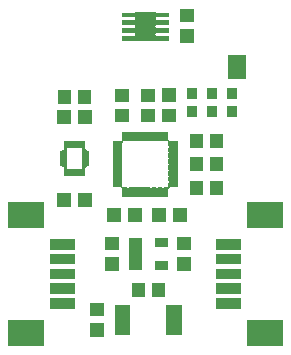
<source format=gbr>
G04 #@! TF.GenerationSoftware,KiCad,Pcbnew,(5.1.2)-1*
G04 #@! TF.CreationDate,2019-06-05T16:17:15+02:00*
G04 #@! TF.ProjectId,BodyTempUnit-e7,426f6479-5465-46d7-9055-6e69742d6537,rev?*
G04 #@! TF.SameCoordinates,Original*
G04 #@! TF.FileFunction,Soldermask,Top*
G04 #@! TF.FilePolarity,Negative*
%FSLAX46Y46*%
G04 Gerber Fmt 4.6, Leading zero omitted, Abs format (unit mm)*
G04 Created by KiCad (PCBNEW (5.1.2)-1) date 2019-06-05 16:17:15*
%MOMM*%
%LPD*%
G04 APERTURE LIST*
%ADD10C,0.100000*%
G04 APERTURE END LIST*
D10*
G36*
X89177100Y-134604600D02*
G01*
X86075100Y-134604600D01*
X86075100Y-132402600D01*
X89177100Y-132402600D01*
X89177100Y-134604600D01*
X89177100Y-134604600D01*
G37*
G36*
X68927100Y-134604600D02*
G01*
X65825100Y-134604600D01*
X65825100Y-132402600D01*
X68927100Y-132402600D01*
X68927100Y-134604600D01*
X68927100Y-134604600D01*
G37*
G36*
X73997000Y-133851000D02*
G01*
X72815000Y-133851000D01*
X72815000Y-132699000D01*
X73997000Y-132699000D01*
X73997000Y-133851000D01*
X73997000Y-133851000D01*
G37*
G36*
X80578000Y-133651000D02*
G01*
X79276000Y-133651000D01*
X79276000Y-131149000D01*
X80578000Y-131149000D01*
X80578000Y-133651000D01*
X80578000Y-133651000D01*
G37*
G36*
X76228000Y-133651000D02*
G01*
X74926000Y-133651000D01*
X74926000Y-131149000D01*
X76228000Y-131149000D01*
X76228000Y-133651000D01*
X76228000Y-133651000D01*
G37*
G36*
X73997000Y-132101000D02*
G01*
X72815000Y-132101000D01*
X72815000Y-130949000D01*
X73997000Y-130949000D01*
X73997000Y-132101000D01*
X73997000Y-132101000D01*
G37*
G36*
X71552100Y-131454600D02*
G01*
X69450100Y-131454600D01*
X69450100Y-130552600D01*
X71552100Y-130552600D01*
X71552100Y-131454600D01*
X71552100Y-131454600D01*
G37*
G36*
X85552100Y-131454600D02*
G01*
X83450100Y-131454600D01*
X83450100Y-130552600D01*
X85552100Y-130552600D01*
X85552100Y-131454600D01*
X85552100Y-131454600D01*
G37*
G36*
X77453000Y-130461000D02*
G01*
X76351000Y-130461000D01*
X76351000Y-129259000D01*
X77453000Y-129259000D01*
X77453000Y-130461000D01*
X77453000Y-130461000D01*
G37*
G36*
X79153000Y-130461000D02*
G01*
X78051000Y-130461000D01*
X78051000Y-129259000D01*
X79153000Y-129259000D01*
X79153000Y-130461000D01*
X79153000Y-130461000D01*
G37*
G36*
X71552100Y-130204600D02*
G01*
X69450100Y-130204600D01*
X69450100Y-129302600D01*
X71552100Y-129302600D01*
X71552100Y-130204600D01*
X71552100Y-130204600D01*
G37*
G36*
X85552100Y-130204600D02*
G01*
X83450100Y-130204600D01*
X83450100Y-129302600D01*
X85552100Y-129302600D01*
X85552100Y-130204600D01*
X85552100Y-130204600D01*
G37*
G36*
X71552100Y-128954600D02*
G01*
X69450100Y-128954600D01*
X69450100Y-128052600D01*
X71552100Y-128052600D01*
X71552100Y-128954600D01*
X71552100Y-128954600D01*
G37*
G36*
X85552100Y-128954600D02*
G01*
X83450100Y-128954600D01*
X83450100Y-128052600D01*
X85552100Y-128052600D01*
X85552100Y-128954600D01*
X85552100Y-128954600D01*
G37*
G36*
X75295000Y-128263000D02*
G01*
X74113000Y-128263000D01*
X74113000Y-127111000D01*
X75295000Y-127111000D01*
X75295000Y-128263000D01*
X75295000Y-128263000D01*
G37*
G36*
X81391000Y-128263000D02*
G01*
X80209000Y-128263000D01*
X80209000Y-127111000D01*
X81391000Y-127111000D01*
X81391000Y-128263000D01*
X81391000Y-128263000D01*
G37*
G36*
X79433000Y-128138000D02*
G01*
X78271000Y-128138000D01*
X78271000Y-127386000D01*
X79433000Y-127386000D01*
X79433000Y-128138000D01*
X79433000Y-128138000D01*
G37*
G36*
X77233000Y-128138000D02*
G01*
X76071000Y-128138000D01*
X76071000Y-125486000D01*
X77233000Y-125486000D01*
X77233000Y-128138000D01*
X77233000Y-128138000D01*
G37*
G36*
X85552100Y-127704600D02*
G01*
X83450100Y-127704600D01*
X83450100Y-126802600D01*
X85552100Y-126802600D01*
X85552100Y-127704600D01*
X85552100Y-127704600D01*
G37*
G36*
X71552100Y-127704600D02*
G01*
X69450100Y-127704600D01*
X69450100Y-126802600D01*
X71552100Y-126802600D01*
X71552100Y-127704600D01*
X71552100Y-127704600D01*
G37*
G36*
X81391000Y-126513000D02*
G01*
X80209000Y-126513000D01*
X80209000Y-125361000D01*
X81391000Y-125361000D01*
X81391000Y-126513000D01*
X81391000Y-126513000D01*
G37*
G36*
X75295000Y-126513000D02*
G01*
X74113000Y-126513000D01*
X74113000Y-125361000D01*
X75295000Y-125361000D01*
X75295000Y-126513000D01*
X75295000Y-126513000D01*
G37*
G36*
X85552100Y-126454600D02*
G01*
X83450100Y-126454600D01*
X83450100Y-125552600D01*
X85552100Y-125552600D01*
X85552100Y-126454600D01*
X85552100Y-126454600D01*
G37*
G36*
X71552100Y-126454600D02*
G01*
X69450100Y-126454600D01*
X69450100Y-125552600D01*
X71552100Y-125552600D01*
X71552100Y-126454600D01*
X71552100Y-126454600D01*
G37*
G36*
X79433000Y-126238000D02*
G01*
X78271000Y-126238000D01*
X78271000Y-125486000D01*
X79433000Y-125486000D01*
X79433000Y-126238000D01*
X79433000Y-126238000D01*
G37*
G36*
X68927100Y-124604600D02*
G01*
X65825100Y-124604600D01*
X65825100Y-122402600D01*
X68927100Y-122402600D01*
X68927100Y-124604600D01*
X68927100Y-124604600D01*
G37*
G36*
X89177100Y-124604600D02*
G01*
X86075100Y-124604600D01*
X86075100Y-122402600D01*
X89177100Y-122402600D01*
X89177100Y-124604600D01*
X89177100Y-124604600D01*
G37*
G36*
X79231000Y-124101000D02*
G01*
X78079000Y-124101000D01*
X78079000Y-122919000D01*
X79231000Y-122919000D01*
X79231000Y-124101000D01*
X79231000Y-124101000D01*
G37*
G36*
X77171000Y-124101000D02*
G01*
X76019000Y-124101000D01*
X76019000Y-122919000D01*
X77171000Y-122919000D01*
X77171000Y-124101000D01*
X77171000Y-124101000D01*
G37*
G36*
X75421000Y-124101000D02*
G01*
X74269000Y-124101000D01*
X74269000Y-122919000D01*
X75421000Y-122919000D01*
X75421000Y-124101000D01*
X75421000Y-124101000D01*
G37*
G36*
X80981000Y-124101000D02*
G01*
X79829000Y-124101000D01*
X79829000Y-122919000D01*
X80981000Y-122919000D01*
X80981000Y-124101000D01*
X80981000Y-124101000D01*
G37*
G36*
X71202100Y-122824600D02*
G01*
X70050100Y-122824600D01*
X70050100Y-121642600D01*
X71202100Y-121642600D01*
X71202100Y-122824600D01*
X71202100Y-122824600D01*
G37*
G36*
X72952100Y-122824600D02*
G01*
X71800100Y-122824600D01*
X71800100Y-121642600D01*
X72952100Y-121642600D01*
X72952100Y-122824600D01*
X72952100Y-122824600D01*
G37*
G36*
X75921395Y-116483923D02*
G01*
X75928409Y-116486051D01*
X75942177Y-116493410D01*
X75964816Y-116502787D01*
X75988849Y-116507567D01*
X76013353Y-116507567D01*
X76037386Y-116502786D01*
X76060023Y-116493410D01*
X76073791Y-116486051D01*
X76080805Y-116483923D01*
X76094240Y-116482600D01*
X76407960Y-116482600D01*
X76421395Y-116483923D01*
X76428409Y-116486051D01*
X76442177Y-116493410D01*
X76464816Y-116502787D01*
X76488849Y-116507567D01*
X76513353Y-116507567D01*
X76537386Y-116502786D01*
X76560023Y-116493410D01*
X76573791Y-116486051D01*
X76580805Y-116483923D01*
X76594240Y-116482600D01*
X76907960Y-116482600D01*
X76921395Y-116483923D01*
X76928409Y-116486051D01*
X76942177Y-116493410D01*
X76964816Y-116502787D01*
X76988849Y-116507567D01*
X77013353Y-116507567D01*
X77037386Y-116502786D01*
X77060023Y-116493410D01*
X77073791Y-116486051D01*
X77080805Y-116483923D01*
X77094240Y-116482600D01*
X77407960Y-116482600D01*
X77421395Y-116483923D01*
X77428409Y-116486051D01*
X77442177Y-116493410D01*
X77464816Y-116502787D01*
X77488849Y-116507567D01*
X77513353Y-116507567D01*
X77537386Y-116502786D01*
X77560023Y-116493410D01*
X77573791Y-116486051D01*
X77580805Y-116483923D01*
X77594240Y-116482600D01*
X77907960Y-116482600D01*
X77921395Y-116483923D01*
X77928409Y-116486051D01*
X77942177Y-116493410D01*
X77964816Y-116502787D01*
X77988849Y-116507567D01*
X78013353Y-116507567D01*
X78037386Y-116502786D01*
X78060023Y-116493410D01*
X78073791Y-116486051D01*
X78080805Y-116483923D01*
X78094240Y-116482600D01*
X78407960Y-116482600D01*
X78421395Y-116483923D01*
X78428409Y-116486051D01*
X78442177Y-116493410D01*
X78464816Y-116502787D01*
X78488849Y-116507567D01*
X78513353Y-116507567D01*
X78537386Y-116502786D01*
X78560023Y-116493410D01*
X78573791Y-116486051D01*
X78580805Y-116483923D01*
X78594240Y-116482600D01*
X78907960Y-116482600D01*
X78921395Y-116483923D01*
X78928409Y-116486051D01*
X78942177Y-116493410D01*
X78964816Y-116502787D01*
X78988849Y-116507567D01*
X79013353Y-116507567D01*
X79037386Y-116502786D01*
X79060023Y-116493410D01*
X79073791Y-116486051D01*
X79080805Y-116483923D01*
X79094240Y-116482600D01*
X79407960Y-116482600D01*
X79421395Y-116483923D01*
X79428410Y-116486051D01*
X79434876Y-116489508D01*
X79440542Y-116494158D01*
X79445192Y-116499824D01*
X79448649Y-116506290D01*
X79450777Y-116513305D01*
X79452100Y-116526740D01*
X79452100Y-117157601D01*
X79454502Y-117181987D01*
X79461615Y-117205436D01*
X79473166Y-117227047D01*
X79488711Y-117245989D01*
X79507653Y-117261534D01*
X79529264Y-117273085D01*
X79552713Y-117280198D01*
X79577099Y-117282600D01*
X80207960Y-117282600D01*
X80221395Y-117283923D01*
X80228410Y-117286051D01*
X80234876Y-117289508D01*
X80240542Y-117294158D01*
X80245192Y-117299824D01*
X80248649Y-117306290D01*
X80250777Y-117313305D01*
X80252100Y-117326740D01*
X80252100Y-117640460D01*
X80250777Y-117653895D01*
X80248649Y-117660909D01*
X80241290Y-117674677D01*
X80231913Y-117697316D01*
X80227133Y-117721349D01*
X80227133Y-117745853D01*
X80231914Y-117769886D01*
X80241290Y-117792523D01*
X80248649Y-117806291D01*
X80250777Y-117813305D01*
X80252100Y-117826740D01*
X80252100Y-118140460D01*
X80250777Y-118153895D01*
X80248649Y-118160909D01*
X80241290Y-118174677D01*
X80231913Y-118197316D01*
X80227133Y-118221349D01*
X80227133Y-118245853D01*
X80231914Y-118269886D01*
X80241290Y-118292523D01*
X80248649Y-118306291D01*
X80250777Y-118313305D01*
X80252100Y-118326740D01*
X80252100Y-118640460D01*
X80250777Y-118653895D01*
X80248649Y-118660909D01*
X80241290Y-118674677D01*
X80231913Y-118697316D01*
X80227133Y-118721349D01*
X80227133Y-118745853D01*
X80231914Y-118769886D01*
X80241290Y-118792523D01*
X80248649Y-118806291D01*
X80250777Y-118813305D01*
X80252100Y-118826740D01*
X80252100Y-119140460D01*
X80250777Y-119153895D01*
X80248649Y-119160909D01*
X80241290Y-119174677D01*
X80231913Y-119197316D01*
X80227133Y-119221349D01*
X80227133Y-119245853D01*
X80231914Y-119269886D01*
X80241290Y-119292523D01*
X80248649Y-119306291D01*
X80250777Y-119313305D01*
X80252100Y-119326740D01*
X80252100Y-119640460D01*
X80250777Y-119653895D01*
X80248649Y-119660909D01*
X80241290Y-119674677D01*
X80231913Y-119697316D01*
X80227133Y-119721349D01*
X80227133Y-119745853D01*
X80231914Y-119769886D01*
X80241290Y-119792523D01*
X80248649Y-119806291D01*
X80250777Y-119813305D01*
X80252100Y-119826740D01*
X80252100Y-120140460D01*
X80250777Y-120153895D01*
X80248649Y-120160909D01*
X80241290Y-120174677D01*
X80231913Y-120197316D01*
X80227133Y-120221349D01*
X80227133Y-120245853D01*
X80231914Y-120269886D01*
X80241290Y-120292523D01*
X80248649Y-120306291D01*
X80250777Y-120313305D01*
X80252100Y-120326740D01*
X80252100Y-120640460D01*
X80250777Y-120653895D01*
X80248649Y-120660909D01*
X80241290Y-120674677D01*
X80231913Y-120697316D01*
X80227133Y-120721349D01*
X80227133Y-120745853D01*
X80231914Y-120769886D01*
X80241290Y-120792523D01*
X80248649Y-120806291D01*
X80250777Y-120813305D01*
X80252100Y-120826740D01*
X80252100Y-121140460D01*
X80250777Y-121153895D01*
X80248649Y-121160910D01*
X80245192Y-121167376D01*
X80240542Y-121173042D01*
X80234876Y-121177692D01*
X80228410Y-121181149D01*
X80221395Y-121183277D01*
X80207960Y-121184600D01*
X79577099Y-121184600D01*
X79552713Y-121187002D01*
X79529264Y-121194115D01*
X79507653Y-121205666D01*
X79488711Y-121221211D01*
X79473166Y-121240153D01*
X79461615Y-121261764D01*
X79454502Y-121285213D01*
X79452100Y-121309599D01*
X79452100Y-121940460D01*
X79450777Y-121953895D01*
X79448649Y-121960910D01*
X79445192Y-121967376D01*
X79440542Y-121973042D01*
X79434876Y-121977692D01*
X79428410Y-121981149D01*
X79421395Y-121983277D01*
X79407960Y-121984600D01*
X79094240Y-121984600D01*
X79080805Y-121983277D01*
X79073791Y-121981149D01*
X79060023Y-121973790D01*
X79037384Y-121964413D01*
X79013351Y-121959633D01*
X78988847Y-121959633D01*
X78964814Y-121964414D01*
X78942177Y-121973790D01*
X78928409Y-121981149D01*
X78921395Y-121983277D01*
X78907960Y-121984600D01*
X78594240Y-121984600D01*
X78580805Y-121983277D01*
X78573791Y-121981149D01*
X78560023Y-121973790D01*
X78537384Y-121964413D01*
X78513351Y-121959633D01*
X78488847Y-121959633D01*
X78464814Y-121964414D01*
X78442177Y-121973790D01*
X78428409Y-121981149D01*
X78421395Y-121983277D01*
X78407960Y-121984600D01*
X78094240Y-121984600D01*
X78080805Y-121983277D01*
X78073791Y-121981149D01*
X78060023Y-121973790D01*
X78037384Y-121964413D01*
X78013351Y-121959633D01*
X77988847Y-121959633D01*
X77964814Y-121964414D01*
X77942177Y-121973790D01*
X77928409Y-121981149D01*
X77921395Y-121983277D01*
X77907960Y-121984600D01*
X77594240Y-121984600D01*
X77580805Y-121983277D01*
X77573791Y-121981149D01*
X77560023Y-121973790D01*
X77537384Y-121964413D01*
X77513351Y-121959633D01*
X77488847Y-121959633D01*
X77464814Y-121964414D01*
X77442177Y-121973790D01*
X77428409Y-121981149D01*
X77421395Y-121983277D01*
X77407960Y-121984600D01*
X77094240Y-121984600D01*
X77080805Y-121983277D01*
X77073791Y-121981149D01*
X77060023Y-121973790D01*
X77037384Y-121964413D01*
X77013351Y-121959633D01*
X76988847Y-121959633D01*
X76964814Y-121964414D01*
X76942177Y-121973790D01*
X76928409Y-121981149D01*
X76921395Y-121983277D01*
X76907960Y-121984600D01*
X76594240Y-121984600D01*
X76580805Y-121983277D01*
X76573791Y-121981149D01*
X76560023Y-121973790D01*
X76537384Y-121964413D01*
X76513351Y-121959633D01*
X76488847Y-121959633D01*
X76464814Y-121964414D01*
X76442177Y-121973790D01*
X76428409Y-121981149D01*
X76421395Y-121983277D01*
X76407960Y-121984600D01*
X76094240Y-121984600D01*
X76080805Y-121983277D01*
X76073791Y-121981149D01*
X76060023Y-121973790D01*
X76037384Y-121964413D01*
X76013351Y-121959633D01*
X75988847Y-121959633D01*
X75964814Y-121964414D01*
X75942177Y-121973790D01*
X75928409Y-121981149D01*
X75921395Y-121983277D01*
X75907960Y-121984600D01*
X75594240Y-121984600D01*
X75580805Y-121983277D01*
X75573790Y-121981149D01*
X75567324Y-121977692D01*
X75561658Y-121973042D01*
X75557008Y-121967376D01*
X75553551Y-121960910D01*
X75551423Y-121953895D01*
X75550100Y-121940460D01*
X75550100Y-121309599D01*
X75547698Y-121285213D01*
X75540585Y-121261764D01*
X75529034Y-121240153D01*
X75513489Y-121221211D01*
X75494547Y-121205666D01*
X75472936Y-121194115D01*
X75449487Y-121187002D01*
X75425101Y-121184600D01*
X74794240Y-121184600D01*
X74780805Y-121183277D01*
X74773790Y-121181149D01*
X74767324Y-121177692D01*
X74761658Y-121173042D01*
X74757008Y-121167376D01*
X74753551Y-121160910D01*
X74751423Y-121153895D01*
X74750100Y-121140460D01*
X74750100Y-120826740D01*
X74751423Y-120813305D01*
X74753551Y-120806291D01*
X74760910Y-120792523D01*
X74770287Y-120769884D01*
X74775067Y-120745851D01*
X74775067Y-120721347D01*
X74770286Y-120697314D01*
X74760910Y-120674677D01*
X74753551Y-120660909D01*
X74751423Y-120653895D01*
X74750100Y-120640460D01*
X74750100Y-120326740D01*
X74751423Y-120313305D01*
X74753551Y-120306291D01*
X74760910Y-120292523D01*
X74770287Y-120269884D01*
X74775067Y-120245851D01*
X74775067Y-120221347D01*
X74770286Y-120197314D01*
X74760910Y-120174677D01*
X74753551Y-120160909D01*
X74751423Y-120153895D01*
X74750100Y-120140460D01*
X74750100Y-119826740D01*
X74751423Y-119813305D01*
X74753551Y-119806291D01*
X74760910Y-119792523D01*
X74770287Y-119769884D01*
X74775067Y-119745851D01*
X74775067Y-119721347D01*
X74770286Y-119697314D01*
X74760910Y-119674677D01*
X74753551Y-119660909D01*
X74751423Y-119653895D01*
X74750100Y-119640460D01*
X74750100Y-119326740D01*
X74751423Y-119313305D01*
X74753551Y-119306291D01*
X74760910Y-119292523D01*
X74770287Y-119269884D01*
X74775067Y-119245851D01*
X74775067Y-119221347D01*
X74770286Y-119197314D01*
X74760910Y-119174677D01*
X74753551Y-119160909D01*
X74751423Y-119153895D01*
X74750100Y-119140460D01*
X74750100Y-118826740D01*
X74751423Y-118813305D01*
X74753551Y-118806291D01*
X74760910Y-118792523D01*
X74770287Y-118769884D01*
X74775067Y-118745851D01*
X74775067Y-118721347D01*
X74770286Y-118697314D01*
X74760910Y-118674677D01*
X74753551Y-118660909D01*
X74751423Y-118653895D01*
X74750100Y-118640460D01*
X74750100Y-118326740D01*
X74751423Y-118313305D01*
X74753551Y-118306291D01*
X74760910Y-118292523D01*
X74770287Y-118269884D01*
X74775067Y-118245851D01*
X74775067Y-118221347D01*
X74770286Y-118197314D01*
X74760910Y-118174677D01*
X74753551Y-118160909D01*
X74751423Y-118153895D01*
X74750100Y-118140460D01*
X74750100Y-117826740D01*
X74751423Y-117813305D01*
X74753551Y-117806291D01*
X74760910Y-117792523D01*
X74770287Y-117769884D01*
X74775067Y-117745851D01*
X74775067Y-117721349D01*
X75527133Y-117721349D01*
X75527133Y-117745853D01*
X75531914Y-117769886D01*
X75541290Y-117792523D01*
X75548649Y-117806291D01*
X75550777Y-117813305D01*
X75552100Y-117826740D01*
X75552100Y-118140460D01*
X75550777Y-118153895D01*
X75548649Y-118160909D01*
X75541290Y-118174677D01*
X75531913Y-118197316D01*
X75527133Y-118221349D01*
X75527133Y-118245853D01*
X75531914Y-118269886D01*
X75541290Y-118292523D01*
X75548649Y-118306291D01*
X75550777Y-118313305D01*
X75552100Y-118326740D01*
X75552100Y-118640460D01*
X75550777Y-118653895D01*
X75548649Y-118660909D01*
X75541290Y-118674677D01*
X75531913Y-118697316D01*
X75527133Y-118721349D01*
X75527133Y-118745853D01*
X75531914Y-118769886D01*
X75541290Y-118792523D01*
X75548649Y-118806291D01*
X75550777Y-118813305D01*
X75552100Y-118826740D01*
X75552100Y-119140460D01*
X75550777Y-119153895D01*
X75548649Y-119160909D01*
X75541290Y-119174677D01*
X75531913Y-119197316D01*
X75527133Y-119221349D01*
X75527133Y-119245853D01*
X75531914Y-119269886D01*
X75541290Y-119292523D01*
X75548649Y-119306291D01*
X75550777Y-119313305D01*
X75552100Y-119326740D01*
X75552100Y-119640460D01*
X75550777Y-119653895D01*
X75548649Y-119660909D01*
X75541290Y-119674677D01*
X75531913Y-119697316D01*
X75527133Y-119721349D01*
X75527133Y-119745853D01*
X75531914Y-119769886D01*
X75541290Y-119792523D01*
X75548649Y-119806291D01*
X75550777Y-119813305D01*
X75552100Y-119826740D01*
X75552100Y-120140460D01*
X75550777Y-120153895D01*
X75548649Y-120160909D01*
X75541290Y-120174677D01*
X75531913Y-120197316D01*
X75527133Y-120221349D01*
X75527133Y-120245853D01*
X75531914Y-120269886D01*
X75541290Y-120292523D01*
X75548649Y-120306291D01*
X75550777Y-120313305D01*
X75552100Y-120326740D01*
X75552100Y-120640460D01*
X75550777Y-120653895D01*
X75548649Y-120660909D01*
X75541290Y-120674677D01*
X75531913Y-120697316D01*
X75527133Y-120721349D01*
X75527133Y-120745853D01*
X75531914Y-120769886D01*
X75541290Y-120792523D01*
X75548649Y-120806291D01*
X75550777Y-120813305D01*
X75552100Y-120826740D01*
X75552100Y-121057601D01*
X75554502Y-121081987D01*
X75561615Y-121105436D01*
X75573166Y-121127047D01*
X75588711Y-121145989D01*
X75607653Y-121161534D01*
X75629264Y-121173085D01*
X75652713Y-121180198D01*
X75677099Y-121182600D01*
X75907960Y-121182600D01*
X75921395Y-121183923D01*
X75928409Y-121186051D01*
X75942177Y-121193410D01*
X75964816Y-121202787D01*
X75988849Y-121207567D01*
X76013353Y-121207567D01*
X76037386Y-121202786D01*
X76060023Y-121193410D01*
X76073791Y-121186051D01*
X76080805Y-121183923D01*
X76094240Y-121182600D01*
X76407960Y-121182600D01*
X76421395Y-121183923D01*
X76428409Y-121186051D01*
X76442177Y-121193410D01*
X76464816Y-121202787D01*
X76488849Y-121207567D01*
X76513353Y-121207567D01*
X76537386Y-121202786D01*
X76560023Y-121193410D01*
X76573791Y-121186051D01*
X76580805Y-121183923D01*
X76594240Y-121182600D01*
X76907960Y-121182600D01*
X76921395Y-121183923D01*
X76928409Y-121186051D01*
X76942177Y-121193410D01*
X76964816Y-121202787D01*
X76988849Y-121207567D01*
X77013353Y-121207567D01*
X77037386Y-121202786D01*
X77060023Y-121193410D01*
X77073791Y-121186051D01*
X77080805Y-121183923D01*
X77094240Y-121182600D01*
X77407960Y-121182600D01*
X77421395Y-121183923D01*
X77428409Y-121186051D01*
X77442177Y-121193410D01*
X77464816Y-121202787D01*
X77488849Y-121207567D01*
X77513353Y-121207567D01*
X77537386Y-121202786D01*
X77560023Y-121193410D01*
X77573791Y-121186051D01*
X77580805Y-121183923D01*
X77594240Y-121182600D01*
X77907960Y-121182600D01*
X77921395Y-121183923D01*
X77928409Y-121186051D01*
X77942177Y-121193410D01*
X77964816Y-121202787D01*
X77988849Y-121207567D01*
X78013353Y-121207567D01*
X78037386Y-121202786D01*
X78060023Y-121193410D01*
X78073791Y-121186051D01*
X78080805Y-121183923D01*
X78094240Y-121182600D01*
X78407960Y-121182600D01*
X78421395Y-121183923D01*
X78428409Y-121186051D01*
X78442177Y-121193410D01*
X78464816Y-121202787D01*
X78488849Y-121207567D01*
X78513353Y-121207567D01*
X78537386Y-121202786D01*
X78560023Y-121193410D01*
X78573791Y-121186051D01*
X78580805Y-121183923D01*
X78594240Y-121182600D01*
X78907960Y-121182600D01*
X78921395Y-121183923D01*
X78928409Y-121186051D01*
X78942177Y-121193410D01*
X78964816Y-121202787D01*
X78988849Y-121207567D01*
X79013353Y-121207567D01*
X79037386Y-121202786D01*
X79060023Y-121193410D01*
X79073791Y-121186051D01*
X79080805Y-121183923D01*
X79094240Y-121182600D01*
X79325101Y-121182600D01*
X79349487Y-121180198D01*
X79372936Y-121173085D01*
X79394547Y-121161534D01*
X79413489Y-121145989D01*
X79429034Y-121127047D01*
X79440585Y-121105436D01*
X79447698Y-121081987D01*
X79450100Y-121057601D01*
X79450100Y-120826740D01*
X79451423Y-120813305D01*
X79453551Y-120806291D01*
X79460910Y-120792523D01*
X79470287Y-120769884D01*
X79475067Y-120745851D01*
X79475067Y-120721347D01*
X79470286Y-120697314D01*
X79460910Y-120674677D01*
X79453551Y-120660909D01*
X79451423Y-120653895D01*
X79450100Y-120640460D01*
X79450100Y-120326740D01*
X79451423Y-120313305D01*
X79453551Y-120306291D01*
X79460910Y-120292523D01*
X79470287Y-120269884D01*
X79475067Y-120245851D01*
X79475067Y-120221347D01*
X79470286Y-120197314D01*
X79460910Y-120174677D01*
X79453551Y-120160909D01*
X79451423Y-120153895D01*
X79450100Y-120140460D01*
X79450100Y-119826740D01*
X79451423Y-119813305D01*
X79453551Y-119806291D01*
X79460910Y-119792523D01*
X79470287Y-119769884D01*
X79475067Y-119745851D01*
X79475067Y-119721347D01*
X79470286Y-119697314D01*
X79460910Y-119674677D01*
X79453551Y-119660909D01*
X79451423Y-119653895D01*
X79450100Y-119640460D01*
X79450100Y-119326740D01*
X79451423Y-119313305D01*
X79453551Y-119306291D01*
X79460910Y-119292523D01*
X79470287Y-119269884D01*
X79475067Y-119245851D01*
X79475067Y-119221347D01*
X79470286Y-119197314D01*
X79460910Y-119174677D01*
X79453551Y-119160909D01*
X79451423Y-119153895D01*
X79450100Y-119140460D01*
X79450100Y-118826740D01*
X79451423Y-118813305D01*
X79453551Y-118806291D01*
X79460910Y-118792523D01*
X79470287Y-118769884D01*
X79475067Y-118745851D01*
X79475067Y-118721347D01*
X79470286Y-118697314D01*
X79460910Y-118674677D01*
X79453551Y-118660909D01*
X79451423Y-118653895D01*
X79450100Y-118640460D01*
X79450100Y-118326740D01*
X79451423Y-118313305D01*
X79453551Y-118306291D01*
X79460910Y-118292523D01*
X79470287Y-118269884D01*
X79475067Y-118245851D01*
X79475067Y-118221347D01*
X79470286Y-118197314D01*
X79460910Y-118174677D01*
X79453551Y-118160909D01*
X79451423Y-118153895D01*
X79450100Y-118140460D01*
X79450100Y-117826740D01*
X79451423Y-117813305D01*
X79453551Y-117806291D01*
X79460910Y-117792523D01*
X79470287Y-117769884D01*
X79475067Y-117745851D01*
X79475067Y-117721347D01*
X79470286Y-117697314D01*
X79460910Y-117674677D01*
X79453551Y-117660909D01*
X79451423Y-117653895D01*
X79450100Y-117640460D01*
X79450100Y-117409599D01*
X79447698Y-117385213D01*
X79440585Y-117361764D01*
X79429034Y-117340153D01*
X79413489Y-117321211D01*
X79394547Y-117305666D01*
X79372936Y-117294115D01*
X79349487Y-117287002D01*
X79325101Y-117284600D01*
X79094240Y-117284600D01*
X79080805Y-117283277D01*
X79073791Y-117281149D01*
X79060023Y-117273790D01*
X79037384Y-117264413D01*
X79013351Y-117259633D01*
X78988847Y-117259633D01*
X78964814Y-117264414D01*
X78942177Y-117273790D01*
X78928409Y-117281149D01*
X78921395Y-117283277D01*
X78907960Y-117284600D01*
X78594240Y-117284600D01*
X78580805Y-117283277D01*
X78573791Y-117281149D01*
X78560023Y-117273790D01*
X78537384Y-117264413D01*
X78513351Y-117259633D01*
X78488847Y-117259633D01*
X78464814Y-117264414D01*
X78442177Y-117273790D01*
X78428409Y-117281149D01*
X78421395Y-117283277D01*
X78407960Y-117284600D01*
X78094240Y-117284600D01*
X78080805Y-117283277D01*
X78073791Y-117281149D01*
X78060023Y-117273790D01*
X78037384Y-117264413D01*
X78013351Y-117259633D01*
X77988847Y-117259633D01*
X77964814Y-117264414D01*
X77942177Y-117273790D01*
X77928409Y-117281149D01*
X77921395Y-117283277D01*
X77907960Y-117284600D01*
X77594240Y-117284600D01*
X77580805Y-117283277D01*
X77573791Y-117281149D01*
X77560023Y-117273790D01*
X77537384Y-117264413D01*
X77513351Y-117259633D01*
X77488847Y-117259633D01*
X77464814Y-117264414D01*
X77442177Y-117273790D01*
X77428409Y-117281149D01*
X77421395Y-117283277D01*
X77407960Y-117284600D01*
X77094240Y-117284600D01*
X77080805Y-117283277D01*
X77073791Y-117281149D01*
X77060023Y-117273790D01*
X77037384Y-117264413D01*
X77013351Y-117259633D01*
X76988847Y-117259633D01*
X76964814Y-117264414D01*
X76942177Y-117273790D01*
X76928409Y-117281149D01*
X76921395Y-117283277D01*
X76907960Y-117284600D01*
X76594240Y-117284600D01*
X76580805Y-117283277D01*
X76573791Y-117281149D01*
X76560023Y-117273790D01*
X76537384Y-117264413D01*
X76513351Y-117259633D01*
X76488847Y-117259633D01*
X76464814Y-117264414D01*
X76442177Y-117273790D01*
X76428409Y-117281149D01*
X76421395Y-117283277D01*
X76407960Y-117284600D01*
X76094240Y-117284600D01*
X76080805Y-117283277D01*
X76073791Y-117281149D01*
X76060023Y-117273790D01*
X76037384Y-117264413D01*
X76013351Y-117259633D01*
X75988847Y-117259633D01*
X75964814Y-117264414D01*
X75942177Y-117273790D01*
X75928409Y-117281149D01*
X75921395Y-117283277D01*
X75907960Y-117284600D01*
X75677099Y-117284600D01*
X75652713Y-117287002D01*
X75629264Y-117294115D01*
X75607653Y-117305666D01*
X75588711Y-117321211D01*
X75573166Y-117340153D01*
X75561615Y-117361764D01*
X75554502Y-117385213D01*
X75552100Y-117409599D01*
X75552100Y-117640460D01*
X75550777Y-117653895D01*
X75548649Y-117660909D01*
X75541290Y-117674677D01*
X75531913Y-117697316D01*
X75527133Y-117721349D01*
X74775067Y-117721349D01*
X74775067Y-117721347D01*
X74770286Y-117697314D01*
X74760910Y-117674677D01*
X74753551Y-117660909D01*
X74751423Y-117653895D01*
X74750100Y-117640460D01*
X74750100Y-117326740D01*
X74751423Y-117313305D01*
X74753551Y-117306290D01*
X74757008Y-117299824D01*
X74761658Y-117294158D01*
X74767324Y-117289508D01*
X74773790Y-117286051D01*
X74780805Y-117283923D01*
X74794240Y-117282600D01*
X75425101Y-117282600D01*
X75449487Y-117280198D01*
X75472936Y-117273085D01*
X75494547Y-117261534D01*
X75513489Y-117245989D01*
X75529034Y-117227047D01*
X75540585Y-117205436D01*
X75547698Y-117181987D01*
X75550100Y-117157601D01*
X75550100Y-116526740D01*
X75551423Y-116513305D01*
X75553551Y-116506290D01*
X75557008Y-116499824D01*
X75561658Y-116494158D01*
X75567324Y-116489508D01*
X75573790Y-116486051D01*
X75580805Y-116483923D01*
X75594240Y-116482600D01*
X75907960Y-116482600D01*
X75921395Y-116483923D01*
X75921395Y-116483923D01*
G37*
G36*
X82406000Y-121834600D02*
G01*
X81304000Y-121834600D01*
X81304000Y-120632600D01*
X82406000Y-120632600D01*
X82406000Y-121834600D01*
X82406000Y-121834600D01*
G37*
G36*
X84106000Y-121834600D02*
G01*
X83004000Y-121834600D01*
X83004000Y-120632600D01*
X84106000Y-120632600D01*
X84106000Y-121834600D01*
X84106000Y-121834600D01*
G37*
G36*
X72427100Y-117932601D02*
G01*
X72429502Y-117956987D01*
X72436615Y-117980436D01*
X72448166Y-118002047D01*
X72463711Y-118020989D01*
X72482653Y-118036534D01*
X72504264Y-118048085D01*
X72527713Y-118055198D01*
X72552099Y-118057600D01*
X72702100Y-118057600D01*
X72702100Y-119409600D01*
X72552099Y-119409600D01*
X72527713Y-119412002D01*
X72504264Y-119419115D01*
X72482653Y-119430666D01*
X72463711Y-119446211D01*
X72448166Y-119465153D01*
X72436615Y-119486764D01*
X72429502Y-119510213D01*
X72427100Y-119534599D01*
X72427100Y-120184600D01*
X70575100Y-120184600D01*
X70575100Y-119534599D01*
X70572698Y-119510213D01*
X70565585Y-119486764D01*
X70554034Y-119465153D01*
X70538489Y-119446211D01*
X70519547Y-119430666D01*
X70497936Y-119419115D01*
X70474487Y-119412002D01*
X70450101Y-119409600D01*
X70300100Y-119409600D01*
X70300100Y-118057600D01*
X70450101Y-118057600D01*
X70474487Y-118055198D01*
X70497936Y-118048085D01*
X70519547Y-118036534D01*
X70538489Y-118020989D01*
X70554034Y-118002047D01*
X70565585Y-117980436D01*
X70571905Y-117959599D01*
X70852100Y-117959599D01*
X70852100Y-119507601D01*
X70854502Y-119531987D01*
X70861615Y-119555436D01*
X70873166Y-119577047D01*
X70888711Y-119595989D01*
X70907653Y-119611534D01*
X70929264Y-119623085D01*
X70952713Y-119630198D01*
X70977099Y-119632600D01*
X72025101Y-119632600D01*
X72049487Y-119630198D01*
X72072936Y-119623085D01*
X72094547Y-119611534D01*
X72113489Y-119595989D01*
X72129034Y-119577047D01*
X72140585Y-119555436D01*
X72147698Y-119531987D01*
X72150100Y-119507601D01*
X72150100Y-117959599D01*
X72147698Y-117935213D01*
X72140585Y-117911764D01*
X72129034Y-117890153D01*
X72113489Y-117871211D01*
X72094547Y-117855666D01*
X72072936Y-117844115D01*
X72049487Y-117837002D01*
X72025101Y-117834600D01*
X70977099Y-117834600D01*
X70952713Y-117837002D01*
X70929264Y-117844115D01*
X70907653Y-117855666D01*
X70888711Y-117871211D01*
X70873166Y-117890153D01*
X70861615Y-117911764D01*
X70854502Y-117935213D01*
X70852100Y-117959599D01*
X70571905Y-117959599D01*
X70572698Y-117956987D01*
X70575100Y-117932601D01*
X70575100Y-117282600D01*
X72427100Y-117282600D01*
X72427100Y-117932601D01*
X72427100Y-117932601D01*
G37*
G36*
X82406000Y-119834600D02*
G01*
X81304000Y-119834600D01*
X81304000Y-118632600D01*
X82406000Y-118632600D01*
X82406000Y-119834600D01*
X82406000Y-119834600D01*
G37*
G36*
X84106000Y-119834600D02*
G01*
X83004000Y-119834600D01*
X83004000Y-118632600D01*
X84106000Y-118632600D01*
X84106000Y-119834600D01*
X84106000Y-119834600D01*
G37*
G36*
X82406000Y-117834600D02*
G01*
X81304000Y-117834600D01*
X81304000Y-116632600D01*
X82406000Y-116632600D01*
X82406000Y-117834600D01*
X82406000Y-117834600D01*
G37*
G36*
X84106000Y-117834600D02*
G01*
X83004000Y-117834600D01*
X83004000Y-116632600D01*
X84106000Y-116632600D01*
X84106000Y-117834600D01*
X84106000Y-117834600D01*
G37*
G36*
X72952100Y-115824600D02*
G01*
X71800100Y-115824600D01*
X71800100Y-114642600D01*
X72952100Y-114642600D01*
X72952100Y-115824600D01*
X72952100Y-115824600D01*
G37*
G36*
X71202100Y-115824600D02*
G01*
X70050100Y-115824600D01*
X70050100Y-114642600D01*
X71202100Y-114642600D01*
X71202100Y-115824600D01*
X71202100Y-115824600D01*
G37*
G36*
X80092100Y-115684600D02*
G01*
X78910100Y-115684600D01*
X78910100Y-114532600D01*
X80092100Y-114532600D01*
X80092100Y-115684600D01*
X80092100Y-115684600D01*
G37*
G36*
X78336300Y-115634600D02*
G01*
X77134300Y-115634600D01*
X77134300Y-114532600D01*
X78336300Y-114532600D01*
X78336300Y-115634600D01*
X78336300Y-115634600D01*
G37*
G36*
X76102100Y-115634600D02*
G01*
X74900100Y-115634600D01*
X74900100Y-114532600D01*
X76102100Y-114532600D01*
X76102100Y-115634600D01*
X76102100Y-115634600D01*
G37*
G36*
X85287000Y-115186000D02*
G01*
X84385000Y-115186000D01*
X84385000Y-114284000D01*
X85287000Y-114284000D01*
X85287000Y-115186000D01*
X85287000Y-115186000D01*
G37*
G36*
X81886000Y-115186000D02*
G01*
X80984000Y-115186000D01*
X80984000Y-114284000D01*
X81886000Y-114284000D01*
X81886000Y-115186000D01*
X81886000Y-115186000D01*
G37*
G36*
X83586500Y-115186000D02*
G01*
X82684500Y-115186000D01*
X82684500Y-114284000D01*
X83586500Y-114284000D01*
X83586500Y-115186000D01*
X83586500Y-115186000D01*
G37*
G36*
X71202000Y-114139000D02*
G01*
X70100000Y-114139000D01*
X70100000Y-112937000D01*
X71202000Y-112937000D01*
X71202000Y-114139000D01*
X71202000Y-114139000D01*
G37*
G36*
X72902000Y-114139000D02*
G01*
X71800000Y-114139000D01*
X71800000Y-112937000D01*
X72902000Y-112937000D01*
X72902000Y-114139000D01*
X72902000Y-114139000D01*
G37*
G36*
X78336300Y-113934600D02*
G01*
X77134300Y-113934600D01*
X77134300Y-112832600D01*
X78336300Y-112832600D01*
X78336300Y-113934600D01*
X78336300Y-113934600D01*
G37*
G36*
X80092100Y-113934600D02*
G01*
X78910100Y-113934600D01*
X78910100Y-112782600D01*
X80092100Y-112782600D01*
X80092100Y-113934600D01*
X80092100Y-113934600D01*
G37*
G36*
X76102100Y-113934600D02*
G01*
X74900100Y-113934600D01*
X74900100Y-112832600D01*
X76102100Y-112832600D01*
X76102100Y-113934600D01*
X76102100Y-113934600D01*
G37*
G36*
X83586500Y-113686000D02*
G01*
X82684500Y-113686000D01*
X82684500Y-112784000D01*
X83586500Y-112784000D01*
X83586500Y-113686000D01*
X83586500Y-113686000D01*
G37*
G36*
X81886000Y-113686000D02*
G01*
X80984000Y-113686000D01*
X80984000Y-112784000D01*
X81886000Y-112784000D01*
X81886000Y-113686000D01*
X81886000Y-113686000D01*
G37*
G36*
X85287000Y-113686000D02*
G01*
X84385000Y-113686000D01*
X84385000Y-112784000D01*
X85287000Y-112784000D01*
X85287000Y-113686000D01*
X85287000Y-113686000D01*
G37*
G36*
X86000000Y-112000000D02*
G01*
X84500000Y-112000000D01*
X84500000Y-110000000D01*
X86000000Y-110000000D01*
X86000000Y-112000000D01*
X86000000Y-112000000D01*
G37*
G36*
X81592100Y-108954600D02*
G01*
X80410100Y-108954600D01*
X80410100Y-107802600D01*
X81592100Y-107802600D01*
X81592100Y-108954600D01*
X81592100Y-108954600D01*
G37*
G36*
X78373266Y-106334047D02*
G01*
X78388811Y-106352989D01*
X78407753Y-106368534D01*
X78429364Y-106380085D01*
X78452813Y-106387198D01*
X78477199Y-106389600D01*
X79501498Y-106389600D01*
X79501498Y-106767200D01*
X78477199Y-106767200D01*
X78452813Y-106769602D01*
X78429364Y-106776715D01*
X78407753Y-106788266D01*
X78388811Y-106803811D01*
X78373266Y-106822753D01*
X78361715Y-106844364D01*
X78354602Y-106867813D01*
X78352200Y-106892199D01*
X78352200Y-106925001D01*
X78354602Y-106949387D01*
X78361715Y-106972836D01*
X78373266Y-106994447D01*
X78388811Y-107013389D01*
X78407753Y-107028934D01*
X78429364Y-107040485D01*
X78452813Y-107047598D01*
X78477199Y-107050000D01*
X79501498Y-107050000D01*
X79501498Y-107427600D01*
X78477199Y-107427600D01*
X78452813Y-107430002D01*
X78429364Y-107437115D01*
X78407753Y-107448666D01*
X78388811Y-107464211D01*
X78373266Y-107483153D01*
X78361715Y-107504764D01*
X78354602Y-107528213D01*
X78352200Y-107552599D01*
X78352200Y-107585401D01*
X78354602Y-107609787D01*
X78361715Y-107633236D01*
X78373266Y-107654847D01*
X78388811Y-107673789D01*
X78407753Y-107689334D01*
X78429364Y-107700885D01*
X78452813Y-107707998D01*
X78477199Y-107710400D01*
X79501498Y-107710400D01*
X79501498Y-108088000D01*
X78477199Y-108088000D01*
X78452813Y-108090402D01*
X78429364Y-108097515D01*
X78407753Y-108109066D01*
X78388811Y-108124611D01*
X78373266Y-108143553D01*
X78361715Y-108165164D01*
X78354602Y-108188613D01*
X78352200Y-108212999D01*
X78352200Y-108245801D01*
X78354602Y-108270187D01*
X78361715Y-108293636D01*
X78373266Y-108315247D01*
X78388811Y-108334189D01*
X78407753Y-108349734D01*
X78429364Y-108361285D01*
X78452813Y-108368398D01*
X78477199Y-108370800D01*
X79501498Y-108370800D01*
X79501498Y-108748400D01*
X78477199Y-108748400D01*
X78452813Y-108750802D01*
X78429364Y-108757915D01*
X78407753Y-108769466D01*
X78388811Y-108785011D01*
X78373266Y-108803953D01*
X78368003Y-108813800D01*
X76634197Y-108813800D01*
X76628934Y-108803953D01*
X76613389Y-108785011D01*
X76594447Y-108769466D01*
X76572836Y-108757915D01*
X76549387Y-108750802D01*
X76525001Y-108748400D01*
X75500702Y-108748400D01*
X75500702Y-108370800D01*
X76525001Y-108370800D01*
X76549387Y-108368398D01*
X76572836Y-108361285D01*
X76594447Y-108349734D01*
X76613389Y-108334189D01*
X76628934Y-108315247D01*
X76640485Y-108293636D01*
X76647598Y-108270187D01*
X76650000Y-108245801D01*
X76650000Y-108212999D01*
X76647598Y-108188613D01*
X76640485Y-108165164D01*
X76628934Y-108143553D01*
X76613389Y-108124611D01*
X76594447Y-108109066D01*
X76572836Y-108097515D01*
X76549387Y-108090402D01*
X76525001Y-108088000D01*
X75500702Y-108088000D01*
X75500702Y-107710400D01*
X76525001Y-107710400D01*
X76549387Y-107707998D01*
X76572836Y-107700885D01*
X76594447Y-107689334D01*
X76613389Y-107673789D01*
X76628934Y-107654847D01*
X76640485Y-107633236D01*
X76647598Y-107609787D01*
X76650000Y-107585401D01*
X76650000Y-107552599D01*
X76647598Y-107528213D01*
X76640485Y-107504764D01*
X76628934Y-107483153D01*
X76613389Y-107464211D01*
X76594447Y-107448666D01*
X76572836Y-107437115D01*
X76549387Y-107430002D01*
X76525001Y-107427600D01*
X75500702Y-107427600D01*
X75500702Y-107050000D01*
X76525001Y-107050000D01*
X76549387Y-107047598D01*
X76572836Y-107040485D01*
X76594447Y-107028934D01*
X76613389Y-107013389D01*
X76628934Y-106994447D01*
X76640485Y-106972836D01*
X76647598Y-106949387D01*
X76650000Y-106925001D01*
X76650000Y-106892199D01*
X76647598Y-106867813D01*
X76640485Y-106844364D01*
X76628934Y-106822753D01*
X76613389Y-106803811D01*
X76594447Y-106788266D01*
X76572836Y-106776715D01*
X76549387Y-106769602D01*
X76525001Y-106767200D01*
X75500702Y-106767200D01*
X75500702Y-106389600D01*
X76525001Y-106389600D01*
X76549387Y-106387198D01*
X76572836Y-106380085D01*
X76594447Y-106368534D01*
X76613389Y-106352989D01*
X76628934Y-106334047D01*
X76634197Y-106324200D01*
X78368003Y-106324200D01*
X78373266Y-106334047D01*
X78373266Y-106334047D01*
G37*
G36*
X81592100Y-107204600D02*
G01*
X80410100Y-107204600D01*
X80410100Y-106052600D01*
X81592100Y-106052600D01*
X81592100Y-107204600D01*
X81592100Y-107204600D01*
G37*
M02*

</source>
